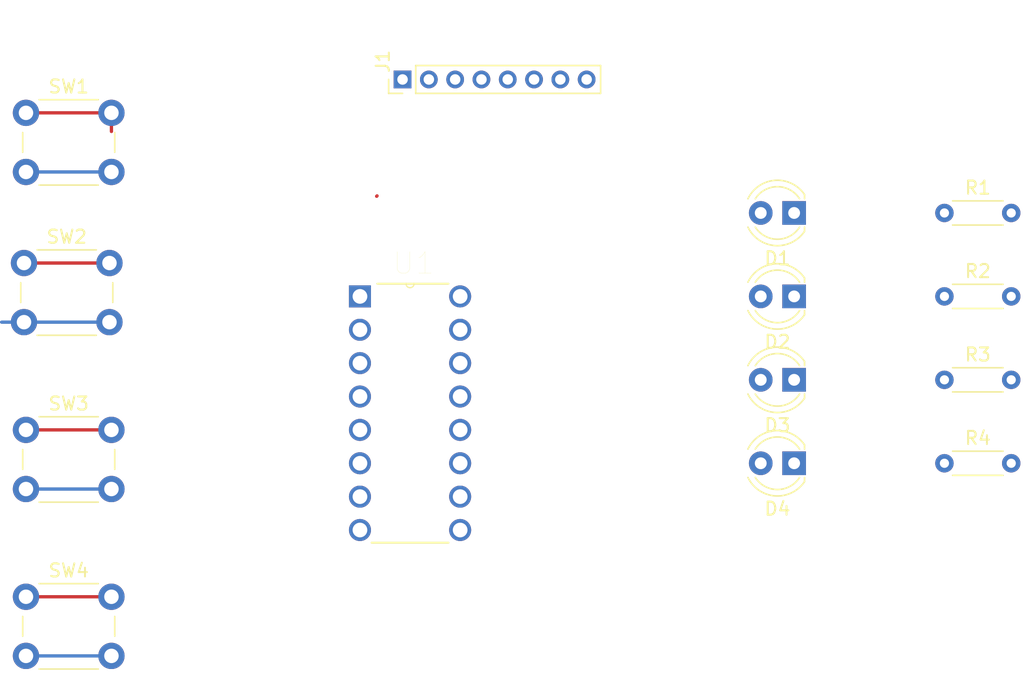
<source format=kicad_pcb>
(kicad_pcb (version 20171130) (host pcbnew "(5.1.6-0-10_14)")

  (general
    (thickness 1.6)
    (drawings 0)
    (tracks 18)
    (zones 0)
    (modules 14)
    (nets 21)
  )

  (page A4)
  (layers
    (0 F.Cu signal)
    (31 B.Cu signal)
    (32 B.Adhes user)
    (33 F.Adhes user)
    (34 B.Paste user)
    (35 F.Paste user)
    (36 B.SilkS user)
    (37 F.SilkS user)
    (38 B.Mask user)
    (39 F.Mask user)
    (40 Dwgs.User user)
    (41 Cmts.User user)
    (42 Eco1.User user)
    (43 Eco2.User user)
    (44 Edge.Cuts user)
    (45 Margin user)
    (46 B.CrtYd user)
    (47 F.CrtYd user)
    (48 B.Fab user)
    (49 F.Fab user)
  )

  (setup
    (last_trace_width 0.25)
    (trace_clearance 0.2)
    (zone_clearance 0.508)
    (zone_45_only no)
    (trace_min 0.2)
    (via_size 0.8)
    (via_drill 0.4)
    (via_min_size 0.4)
    (via_min_drill 0.3)
    (uvia_size 0.3)
    (uvia_drill 0.1)
    (uvias_allowed no)
    (uvia_min_size 0.2)
    (uvia_min_drill 0.1)
    (edge_width 0.05)
    (segment_width 0.2)
    (pcb_text_width 0.3)
    (pcb_text_size 1.5 1.5)
    (mod_edge_width 0.12)
    (mod_text_size 1 1)
    (mod_text_width 0.15)
    (pad_size 1.524 1.524)
    (pad_drill 0.762)
    (pad_to_mask_clearance 0.05)
    (aux_axis_origin 0 0)
    (visible_elements FFFFFF7F)
    (pcbplotparams
      (layerselection 0x010fc_ffffffff)
      (usegerberextensions false)
      (usegerberattributes true)
      (usegerberadvancedattributes true)
      (creategerberjobfile true)
      (excludeedgelayer true)
      (linewidth 0.100000)
      (plotframeref false)
      (viasonmask false)
      (mode 1)
      (useauxorigin false)
      (hpglpennumber 1)
      (hpglpenspeed 20)
      (hpglpendiameter 15.000000)
      (psnegative false)
      (psa4output false)
      (plotreference true)
      (plotvalue true)
      (plotinvisibletext false)
      (padsonsilk false)
      (subtractmaskfromsilk false)
      (outputformat 1)
      (mirror false)
      (drillshape 1)
      (scaleselection 1)
      (outputdirectory ""))
  )

  (net 0 "")
  (net 1 "Net-(D1-Pad2)")
  (net 2 "Net-(D1-Pad1)")
  (net 3 "Net-(D2-Pad1)")
  (net 4 "Net-(D2-Pad2)")
  (net 5 "Net-(D3-Pad2)")
  (net 6 "Net-(D3-Pad1)")
  (net 7 "Net-(D4-Pad1)")
  (net 8 "Net-(D4-Pad2)")
  (net 9 "Net-(J1-Pad1)")
  (net 10 "Net-(J1-Pad2)")
  (net 11 "Net-(J1-Pad3)")
  (net 12 "Net-(J1-Pad4)")
  (net 13 "Net-(J1-Pad5)")
  (net 14 "Net-(J1-Pad6)")
  (net 15 "Net-(J1-Pad7)")
  (net 16 "Net-(J1-Pad8)")
  (net 17 "Net-(SW1-Pad1)")
  (net 18 "Net-(SW2-Pad1)")
  (net 19 "Net-(SW3-Pad1)")
  (net 20 "Net-(SW4-Pad1)")

  (net_class Default "This is the default net class."
    (clearance 0.2)
    (trace_width 0.25)
    (via_dia 0.8)
    (via_drill 0.4)
    (uvia_dia 0.3)
    (uvia_drill 0.1)
    (add_net "Net-(D1-Pad1)")
    (add_net "Net-(D1-Pad2)")
    (add_net "Net-(D2-Pad1)")
    (add_net "Net-(D2-Pad2)")
    (add_net "Net-(D3-Pad1)")
    (add_net "Net-(D3-Pad2)")
    (add_net "Net-(D4-Pad1)")
    (add_net "Net-(D4-Pad2)")
    (add_net "Net-(J1-Pad1)")
    (add_net "Net-(J1-Pad2)")
    (add_net "Net-(J1-Pad3)")
    (add_net "Net-(J1-Pad4)")
    (add_net "Net-(J1-Pad5)")
    (add_net "Net-(J1-Pad6)")
    (add_net "Net-(J1-Pad7)")
    (add_net "Net-(J1-Pad8)")
    (add_net "Net-(SW1-Pad1)")
    (add_net "Net-(SW2-Pad1)")
    (add_net "Net-(SW3-Pad1)")
    (add_net "Net-(SW4-Pad1)")
  )

  (module Button_Switch_THT:SW_PUSH_6mm_H4.3mm (layer F.Cu) (tedit 5A02FE31) (tstamp 5EF948F1)
    (at 113.03 100.33)
    (descr "tactile push button, 6x6mm e.g. PHAP33xx series, height=4.3mm")
    (tags "tact sw push 6mm")
    (path /5EFAE0C6)
    (fp_text reference SW4 (at 3.25 -2) (layer F.SilkS)
      (effects (font (size 1 1) (thickness 0.15)))
    )
    (fp_text value SW_Push_Dual (at 3.75 6.7) (layer F.Fab)
      (effects (font (size 1 1) (thickness 0.15)))
    )
    (fp_text user %R (at 3.25 2.25) (layer F.Fab)
      (effects (font (size 1 1) (thickness 0.15)))
    )
    (fp_line (start 3.25 -0.75) (end 6.25 -0.75) (layer F.Fab) (width 0.1))
    (fp_line (start 6.25 -0.75) (end 6.25 5.25) (layer F.Fab) (width 0.1))
    (fp_line (start 6.25 5.25) (end 0.25 5.25) (layer F.Fab) (width 0.1))
    (fp_line (start 0.25 5.25) (end 0.25 -0.75) (layer F.Fab) (width 0.1))
    (fp_line (start 0.25 -0.75) (end 3.25 -0.75) (layer F.Fab) (width 0.1))
    (fp_line (start 7.75 6) (end 8 6) (layer F.CrtYd) (width 0.05))
    (fp_line (start 8 6) (end 8 5.75) (layer F.CrtYd) (width 0.05))
    (fp_line (start 7.75 -1.5) (end 8 -1.5) (layer F.CrtYd) (width 0.05))
    (fp_line (start 8 -1.5) (end 8 -1.25) (layer F.CrtYd) (width 0.05))
    (fp_line (start -1.5 -1.25) (end -1.5 -1.5) (layer F.CrtYd) (width 0.05))
    (fp_line (start -1.5 -1.5) (end -1.25 -1.5) (layer F.CrtYd) (width 0.05))
    (fp_line (start -1.5 5.75) (end -1.5 6) (layer F.CrtYd) (width 0.05))
    (fp_line (start -1.5 6) (end -1.25 6) (layer F.CrtYd) (width 0.05))
    (fp_line (start -1.25 -1.5) (end 7.75 -1.5) (layer F.CrtYd) (width 0.05))
    (fp_line (start -1.5 5.75) (end -1.5 -1.25) (layer F.CrtYd) (width 0.05))
    (fp_line (start 7.75 6) (end -1.25 6) (layer F.CrtYd) (width 0.05))
    (fp_line (start 8 -1.25) (end 8 5.75) (layer F.CrtYd) (width 0.05))
    (fp_line (start 1 5.5) (end 5.5 5.5) (layer F.SilkS) (width 0.12))
    (fp_line (start -0.25 1.5) (end -0.25 3) (layer F.SilkS) (width 0.12))
    (fp_line (start 5.5 -1) (end 1 -1) (layer F.SilkS) (width 0.12))
    (fp_line (start 6.75 3) (end 6.75 1.5) (layer F.SilkS) (width 0.12))
    (fp_circle (center 3.25 2.25) (end 1.25 2.5) (layer F.Fab) (width 0.1))
    (pad 1 thru_hole circle (at 6.5 0 90) (size 2 2) (drill 1.1) (layers *.Cu *.Mask)
      (net 20 "Net-(SW4-Pad1)"))
    (pad 2 thru_hole circle (at 6.5 4.5 90) (size 2 2) (drill 1.1) (layers *.Cu *.Mask)
      (net 9 "Net-(J1-Pad1)"))
    (pad 1 thru_hole circle (at 0 0 90) (size 2 2) (drill 1.1) (layers *.Cu *.Mask)
      (net 20 "Net-(SW4-Pad1)"))
    (pad 2 thru_hole circle (at 0 4.5 90) (size 2 2) (drill 1.1) (layers *.Cu *.Mask)
      (net 9 "Net-(J1-Pad1)"))
    (model ${KISYS3DMOD}/Button_Switch_THT.3dshapes/SW_PUSH_6mm_H4.3mm.wrl
      (at (xyz 0 0 0))
      (scale (xyz 1 1 1))
      (rotate (xyz 0 0 0))
    )
  )

  (module Connector_PinHeader_2.00mm:PinHeader_1x08_P2.00mm_Vertical (layer F.Cu) (tedit 59FED667) (tstamp 5EF94829)
    (at 141.67 60.96 90)
    (descr "Through hole straight pin header, 1x08, 2.00mm pitch, single row")
    (tags "Through hole pin header THT 1x08 2.00mm single row")
    (path /5EF85769)
    (fp_text reference J1 (at 1.375 -1.5 90) (layer F.SilkS)
      (effects (font (size 1 1) (thickness 0.15)))
    )
    (fp_text value Conn_01x08 (at 1.375 8.5 90) (layer F.Fab)
      (effects (font (size 1 1) (thickness 0.15)))
    )
    (fp_text user %R (at 0.75 3.5) (layer F.Fab)
      (effects (font (size 0.6 0.6) (thickness 0.09)))
    )
    (fp_line (start -0.5 -1) (end 1 -1) (layer F.Fab) (width 0.1))
    (fp_line (start 1 -1) (end 1 15) (layer F.Fab) (width 0.1))
    (fp_line (start 1 15) (end -1 15) (layer F.Fab) (width 0.1))
    (fp_line (start -1 15) (end -1 -0.5) (layer F.Fab) (width 0.1))
    (fp_line (start -1 -0.5) (end -0.5 -1) (layer F.Fab) (width 0.1))
    (fp_line (start -1.06 15.06) (end 1.06 15.06) (layer F.SilkS) (width 0.12))
    (fp_line (start -1.06 1) (end -1.06 15.06) (layer F.SilkS) (width 0.12))
    (fp_line (start 1.06 1) (end 1.06 15.06) (layer F.SilkS) (width 0.12))
    (fp_line (start -1.06 1) (end 1.06 1) (layer F.SilkS) (width 0.12))
    (fp_line (start -1.06 0) (end -1.06 -1.06) (layer F.SilkS) (width 0.12))
    (fp_line (start -1.06 -1.06) (end 0 -1.06) (layer F.SilkS) (width 0.12))
    (fp_line (start -1.5 -1.5) (end -1.5 15.5) (layer F.CrtYd) (width 0.05))
    (fp_line (start -1.5 15.5) (end 1.5 15.5) (layer F.CrtYd) (width 0.05))
    (fp_line (start 1.5 15.5) (end 1.5 -1.5) (layer F.CrtYd) (width 0.05))
    (fp_line (start 1.5 -1.5) (end -1.5 -1.5) (layer F.CrtYd) (width 0.05))
    (pad 8 thru_hole oval (at 0 14 90) (size 1.35 1.35) (drill 0.8) (layers *.Cu *.Mask)
      (net 16 "Net-(J1-Pad8)"))
    (pad 7 thru_hole oval (at 0 12 90) (size 1.35 1.35) (drill 0.8) (layers *.Cu *.Mask)
      (net 15 "Net-(J1-Pad7)"))
    (pad 6 thru_hole oval (at 0 10 90) (size 1.35 1.35) (drill 0.8) (layers *.Cu *.Mask)
      (net 14 "Net-(J1-Pad6)"))
    (pad 5 thru_hole oval (at 0 8 90) (size 1.35 1.35) (drill 0.8) (layers *.Cu *.Mask)
      (net 13 "Net-(J1-Pad5)"))
    (pad 4 thru_hole oval (at 0 6 90) (size 1.35 1.35) (drill 0.8) (layers *.Cu *.Mask)
      (net 12 "Net-(J1-Pad4)"))
    (pad 3 thru_hole oval (at 0 4 90) (size 1.35 1.35) (drill 0.8) (layers *.Cu *.Mask)
      (net 11 "Net-(J1-Pad3)"))
    (pad 2 thru_hole oval (at 0 2 90) (size 1.35 1.35) (drill 0.8) (layers *.Cu *.Mask)
      (net 10 "Net-(J1-Pad2)"))
    (pad 1 thru_hole rect (at 0 0 90) (size 1.35 1.35) (drill 0.8) (layers *.Cu *.Mask)
      (net 9 "Net-(J1-Pad1)"))
    (model ${KISYS3DMOD}/Connector_PinHeader_2.00mm.3dshapes/PinHeader_1x08_P2.00mm_Vertical.wrl
      (at (xyz 0 0 0))
      (scale (xyz 1 1 1))
      (rotate (xyz 0 0 0))
    )
  )

  (module LED_THT:LED_D4.0mm (layer F.Cu) (tedit 587A3A7B) (tstamp 5EF94783)
    (at 171.45 71.12 180)
    (descr "LED, diameter 4.0mm, 2 pins, http://www.kingbright.com/attachments/file/psearch/000/00/00/L-43GD(Ver.12B).pdf")
    (tags "LED diameter 4.0mm 2 pins")
    (path /5EFC5147)
    (fp_text reference D1 (at 1.27 -3.46) (layer F.SilkS)
      (effects (font (size 1 1) (thickness 0.15)))
    )
    (fp_text value LED (at 1.27 3.46) (layer F.Fab)
      (effects (font (size 1 1) (thickness 0.15)))
    )
    (fp_arc (start 1.27 0) (end -0.41333 1.08) (angle -114.6) (layer F.SilkS) (width 0.12))
    (fp_arc (start 1.27 0) (end -0.41333 -1.08) (angle 114.6) (layer F.SilkS) (width 0.12))
    (fp_arc (start 1.27 0) (end -0.79 1.398749) (angle -120.1) (layer F.SilkS) (width 0.12))
    (fp_arc (start 1.27 0) (end -0.79 -1.398749) (angle 120.1) (layer F.SilkS) (width 0.12))
    (fp_arc (start 1.27 0) (end -0.73 -1.32665) (angle 292.9) (layer F.Fab) (width 0.1))
    (fp_circle (center 1.27 0) (end 3.27 0) (layer F.Fab) (width 0.1))
    (fp_line (start -0.73 -1.32665) (end -0.73 1.32665) (layer F.Fab) (width 0.1))
    (fp_line (start -0.79 -1.399) (end -0.79 -1.08) (layer F.SilkS) (width 0.12))
    (fp_line (start -0.79 1.08) (end -0.79 1.399) (layer F.SilkS) (width 0.12))
    (fp_line (start -1.45 -2.75) (end -1.45 2.75) (layer F.CrtYd) (width 0.05))
    (fp_line (start -1.45 2.75) (end 4 2.75) (layer F.CrtYd) (width 0.05))
    (fp_line (start 4 2.75) (end 4 -2.75) (layer F.CrtYd) (width 0.05))
    (fp_line (start 4 -2.75) (end -1.45 -2.75) (layer F.CrtYd) (width 0.05))
    (pad 2 thru_hole circle (at 2.54 0 180) (size 1.8 1.8) (drill 0.9) (layers *.Cu *.Mask)
      (net 1 "Net-(D1-Pad2)"))
    (pad 1 thru_hole rect (at 0 0 180) (size 1.8 1.8) (drill 0.9) (layers *.Cu *.Mask)
      (net 2 "Net-(D1-Pad1)"))
    (model ${KISYS3DMOD}/LED_THT.3dshapes/LED_D4.0mm.wrl
      (at (xyz 0 0 0))
      (scale (xyz 1 1 1))
      (rotate (xyz 0 0 0))
    )
  )

  (module LED_THT:LED_D4.0mm (layer F.Cu) (tedit 587A3A7B) (tstamp 5EF94796)
    (at 171.45 77.47 180)
    (descr "LED, diameter 4.0mm, 2 pins, http://www.kingbright.com/attachments/file/psearch/000/00/00/L-43GD(Ver.12B).pdf")
    (tags "LED diameter 4.0mm 2 pins")
    (path /5EFC7879)
    (fp_text reference D2 (at 1.27 -3.46) (layer F.SilkS)
      (effects (font (size 1 1) (thickness 0.15)))
    )
    (fp_text value LED (at 1.27 3.46) (layer F.Fab)
      (effects (font (size 1 1) (thickness 0.15)))
    )
    (fp_arc (start 1.27 0) (end -0.41333 1.08) (angle -114.6) (layer F.SilkS) (width 0.12))
    (fp_arc (start 1.27 0) (end -0.41333 -1.08) (angle 114.6) (layer F.SilkS) (width 0.12))
    (fp_arc (start 1.27 0) (end -0.79 1.398749) (angle -120.1) (layer F.SilkS) (width 0.12))
    (fp_arc (start 1.27 0) (end -0.79 -1.398749) (angle 120.1) (layer F.SilkS) (width 0.12))
    (fp_arc (start 1.27 0) (end -0.73 -1.32665) (angle 292.9) (layer F.Fab) (width 0.1))
    (fp_circle (center 1.27 0) (end 3.27 0) (layer F.Fab) (width 0.1))
    (fp_line (start -0.73 -1.32665) (end -0.73 1.32665) (layer F.Fab) (width 0.1))
    (fp_line (start -0.79 -1.399) (end -0.79 -1.08) (layer F.SilkS) (width 0.12))
    (fp_line (start -0.79 1.08) (end -0.79 1.399) (layer F.SilkS) (width 0.12))
    (fp_line (start -1.45 -2.75) (end -1.45 2.75) (layer F.CrtYd) (width 0.05))
    (fp_line (start -1.45 2.75) (end 4 2.75) (layer F.CrtYd) (width 0.05))
    (fp_line (start 4 2.75) (end 4 -2.75) (layer F.CrtYd) (width 0.05))
    (fp_line (start 4 -2.75) (end -1.45 -2.75) (layer F.CrtYd) (width 0.05))
    (pad 2 thru_hole circle (at 2.54 0 180) (size 1.8 1.8) (drill 0.9) (layers *.Cu *.Mask)
      (net 4 "Net-(D2-Pad2)"))
    (pad 1 thru_hole rect (at 0 0 180) (size 1.8 1.8) (drill 0.9) (layers *.Cu *.Mask)
      (net 3 "Net-(D2-Pad1)"))
    (model ${KISYS3DMOD}/LED_THT.3dshapes/LED_D4.0mm.wrl
      (at (xyz 0 0 0))
      (scale (xyz 1 1 1))
      (rotate (xyz 0 0 0))
    )
  )

  (module LED_THT:LED_D4.0mm (layer F.Cu) (tedit 587A3A7B) (tstamp 5EF947A9)
    (at 171.45 83.82 180)
    (descr "LED, diameter 4.0mm, 2 pins, http://www.kingbright.com/attachments/file/psearch/000/00/00/L-43GD(Ver.12B).pdf")
    (tags "LED diameter 4.0mm 2 pins")
    (path /5EFC947C)
    (fp_text reference D3 (at 1.27 -3.46) (layer F.SilkS)
      (effects (font (size 1 1) (thickness 0.15)))
    )
    (fp_text value LED (at 1.27 3.46) (layer F.Fab)
      (effects (font (size 1 1) (thickness 0.15)))
    )
    (fp_arc (start 1.27 0) (end -0.41333 1.08) (angle -114.6) (layer F.SilkS) (width 0.12))
    (fp_arc (start 1.27 0) (end -0.41333 -1.08) (angle 114.6) (layer F.SilkS) (width 0.12))
    (fp_arc (start 1.27 0) (end -0.79 1.398749) (angle -120.1) (layer F.SilkS) (width 0.12))
    (fp_arc (start 1.27 0) (end -0.79 -1.398749) (angle 120.1) (layer F.SilkS) (width 0.12))
    (fp_arc (start 1.27 0) (end -0.73 -1.32665) (angle 292.9) (layer F.Fab) (width 0.1))
    (fp_circle (center 1.27 0) (end 3.27 0) (layer F.Fab) (width 0.1))
    (fp_line (start -0.73 -1.32665) (end -0.73 1.32665) (layer F.Fab) (width 0.1))
    (fp_line (start -0.79 -1.399) (end -0.79 -1.08) (layer F.SilkS) (width 0.12))
    (fp_line (start -0.79 1.08) (end -0.79 1.399) (layer F.SilkS) (width 0.12))
    (fp_line (start -1.45 -2.75) (end -1.45 2.75) (layer F.CrtYd) (width 0.05))
    (fp_line (start -1.45 2.75) (end 4 2.75) (layer F.CrtYd) (width 0.05))
    (fp_line (start 4 2.75) (end 4 -2.75) (layer F.CrtYd) (width 0.05))
    (fp_line (start 4 -2.75) (end -1.45 -2.75) (layer F.CrtYd) (width 0.05))
    (pad 2 thru_hole circle (at 2.54 0 180) (size 1.8 1.8) (drill 0.9) (layers *.Cu *.Mask)
      (net 5 "Net-(D3-Pad2)"))
    (pad 1 thru_hole rect (at 0 0 180) (size 1.8 1.8) (drill 0.9) (layers *.Cu *.Mask)
      (net 6 "Net-(D3-Pad1)"))
    (model ${KISYS3DMOD}/LED_THT.3dshapes/LED_D4.0mm.wrl
      (at (xyz 0 0 0))
      (scale (xyz 1 1 1))
      (rotate (xyz 0 0 0))
    )
  )

  (module LED_THT:LED_D4.0mm (layer F.Cu) (tedit 587A3A7B) (tstamp 5EF947BC)
    (at 171.45 90.17 180)
    (descr "LED, diameter 4.0mm, 2 pins, http://www.kingbright.com/attachments/file/psearch/000/00/00/L-43GD(Ver.12B).pdf")
    (tags "LED diameter 4.0mm 2 pins")
    (path /5EFCB26C)
    (fp_text reference D4 (at 1.27 -3.46) (layer F.SilkS)
      (effects (font (size 1 1) (thickness 0.15)))
    )
    (fp_text value LED (at 1.27 3.46) (layer F.Fab)
      (effects (font (size 1 1) (thickness 0.15)))
    )
    (fp_arc (start 1.27 0) (end -0.41333 1.08) (angle -114.6) (layer F.SilkS) (width 0.12))
    (fp_arc (start 1.27 0) (end -0.41333 -1.08) (angle 114.6) (layer F.SilkS) (width 0.12))
    (fp_arc (start 1.27 0) (end -0.79 1.398749) (angle -120.1) (layer F.SilkS) (width 0.12))
    (fp_arc (start 1.27 0) (end -0.79 -1.398749) (angle 120.1) (layer F.SilkS) (width 0.12))
    (fp_arc (start 1.27 0) (end -0.73 -1.32665) (angle 292.9) (layer F.Fab) (width 0.1))
    (fp_circle (center 1.27 0) (end 3.27 0) (layer F.Fab) (width 0.1))
    (fp_line (start -0.73 -1.32665) (end -0.73 1.32665) (layer F.Fab) (width 0.1))
    (fp_line (start -0.79 -1.399) (end -0.79 -1.08) (layer F.SilkS) (width 0.12))
    (fp_line (start -0.79 1.08) (end -0.79 1.399) (layer F.SilkS) (width 0.12))
    (fp_line (start -1.45 -2.75) (end -1.45 2.75) (layer F.CrtYd) (width 0.05))
    (fp_line (start -1.45 2.75) (end 4 2.75) (layer F.CrtYd) (width 0.05))
    (fp_line (start 4 2.75) (end 4 -2.75) (layer F.CrtYd) (width 0.05))
    (fp_line (start 4 -2.75) (end -1.45 -2.75) (layer F.CrtYd) (width 0.05))
    (pad 2 thru_hole circle (at 2.54 0 180) (size 1.8 1.8) (drill 0.9) (layers *.Cu *.Mask)
      (net 8 "Net-(D4-Pad2)"))
    (pad 1 thru_hole rect (at 0 0 180) (size 1.8 1.8) (drill 0.9) (layers *.Cu *.Mask)
      (net 7 "Net-(D4-Pad1)"))
    (model ${KISYS3DMOD}/LED_THT.3dshapes/LED_D4.0mm.wrl
      (at (xyz 0 0 0))
      (scale (xyz 1 1 1))
      (rotate (xyz 0 0 0))
    )
  )

  (module Resistor_THT:R_Axial_DIN0204_L3.6mm_D1.6mm_P5.08mm_Horizontal (layer F.Cu) (tedit 5AE5139B) (tstamp 5EF9483C)
    (at 182.88 71.12)
    (descr "Resistor, Axial_DIN0204 series, Axial, Horizontal, pin pitch=5.08mm, 0.167W, length*diameter=3.6*1.6mm^2, http://cdn-reichelt.de/documents/datenblatt/B400/1_4W%23YAG.pdf")
    (tags "Resistor Axial_DIN0204 series Axial Horizontal pin pitch 5.08mm 0.167W length 3.6mm diameter 1.6mm")
    (path /5EFDCCB1)
    (fp_text reference R1 (at 2.54 -1.92) (layer F.SilkS)
      (effects (font (size 1 1) (thickness 0.15)))
    )
    (fp_text value 220 (at 2.54 1.92) (layer F.Fab)
      (effects (font (size 1 1) (thickness 0.15)))
    )
    (fp_text user %R (at 2.54 0) (layer F.Fab)
      (effects (font (size 0.72 0.72) (thickness 0.108)))
    )
    (fp_line (start 0.74 -0.8) (end 0.74 0.8) (layer F.Fab) (width 0.1))
    (fp_line (start 0.74 0.8) (end 4.34 0.8) (layer F.Fab) (width 0.1))
    (fp_line (start 4.34 0.8) (end 4.34 -0.8) (layer F.Fab) (width 0.1))
    (fp_line (start 4.34 -0.8) (end 0.74 -0.8) (layer F.Fab) (width 0.1))
    (fp_line (start 0 0) (end 0.74 0) (layer F.Fab) (width 0.1))
    (fp_line (start 5.08 0) (end 4.34 0) (layer F.Fab) (width 0.1))
    (fp_line (start 0.62 -0.92) (end 4.46 -0.92) (layer F.SilkS) (width 0.12))
    (fp_line (start 0.62 0.92) (end 4.46 0.92) (layer F.SilkS) (width 0.12))
    (fp_line (start -0.95 -1.05) (end -0.95 1.05) (layer F.CrtYd) (width 0.05))
    (fp_line (start -0.95 1.05) (end 6.03 1.05) (layer F.CrtYd) (width 0.05))
    (fp_line (start 6.03 1.05) (end 6.03 -1.05) (layer F.CrtYd) (width 0.05))
    (fp_line (start 6.03 -1.05) (end -0.95 -1.05) (layer F.CrtYd) (width 0.05))
    (pad 2 thru_hole oval (at 5.08 0) (size 1.4 1.4) (drill 0.7) (layers *.Cu *.Mask)
      (net 9 "Net-(J1-Pad1)"))
    (pad 1 thru_hole circle (at 0 0) (size 1.4 1.4) (drill 0.7) (layers *.Cu *.Mask)
      (net 2 "Net-(D1-Pad1)"))
    (model ${KISYS3DMOD}/Resistor_THT.3dshapes/R_Axial_DIN0204_L3.6mm_D1.6mm_P5.08mm_Horizontal.wrl
      (at (xyz 0 0 0))
      (scale (xyz 1 1 1))
      (rotate (xyz 0 0 0))
    )
  )

  (module Resistor_THT:R_Axial_DIN0204_L3.6mm_D1.6mm_P5.08mm_Horizontal (layer F.Cu) (tedit 5AE5139B) (tstamp 5EF9484F)
    (at 182.88 77.47)
    (descr "Resistor, Axial_DIN0204 series, Axial, Horizontal, pin pitch=5.08mm, 0.167W, length*diameter=3.6*1.6mm^2, http://cdn-reichelt.de/documents/datenblatt/B400/1_4W%23YAG.pdf")
    (tags "Resistor Axial_DIN0204 series Axial Horizontal pin pitch 5.08mm 0.167W length 3.6mm diameter 1.6mm")
    (path /5EFF3636)
    (fp_text reference R2 (at 2.54 -1.92) (layer F.SilkS)
      (effects (font (size 1 1) (thickness 0.15)))
    )
    (fp_text value 220 (at 2.54 1.92) (layer F.Fab)
      (effects (font (size 1 1) (thickness 0.15)))
    )
    (fp_text user %R (at 2.54 0) (layer F.Fab)
      (effects (font (size 0.72 0.72) (thickness 0.108)))
    )
    (fp_line (start 0.74 -0.8) (end 0.74 0.8) (layer F.Fab) (width 0.1))
    (fp_line (start 0.74 0.8) (end 4.34 0.8) (layer F.Fab) (width 0.1))
    (fp_line (start 4.34 0.8) (end 4.34 -0.8) (layer F.Fab) (width 0.1))
    (fp_line (start 4.34 -0.8) (end 0.74 -0.8) (layer F.Fab) (width 0.1))
    (fp_line (start 0 0) (end 0.74 0) (layer F.Fab) (width 0.1))
    (fp_line (start 5.08 0) (end 4.34 0) (layer F.Fab) (width 0.1))
    (fp_line (start 0.62 -0.92) (end 4.46 -0.92) (layer F.SilkS) (width 0.12))
    (fp_line (start 0.62 0.92) (end 4.46 0.92) (layer F.SilkS) (width 0.12))
    (fp_line (start -0.95 -1.05) (end -0.95 1.05) (layer F.CrtYd) (width 0.05))
    (fp_line (start -0.95 1.05) (end 6.03 1.05) (layer F.CrtYd) (width 0.05))
    (fp_line (start 6.03 1.05) (end 6.03 -1.05) (layer F.CrtYd) (width 0.05))
    (fp_line (start 6.03 -1.05) (end -0.95 -1.05) (layer F.CrtYd) (width 0.05))
    (pad 2 thru_hole oval (at 5.08 0) (size 1.4 1.4) (drill 0.7) (layers *.Cu *.Mask)
      (net 9 "Net-(J1-Pad1)"))
    (pad 1 thru_hole circle (at 0 0) (size 1.4 1.4) (drill 0.7) (layers *.Cu *.Mask)
      (net 3 "Net-(D2-Pad1)"))
    (model ${KISYS3DMOD}/Resistor_THT.3dshapes/R_Axial_DIN0204_L3.6mm_D1.6mm_P5.08mm_Horizontal.wrl
      (at (xyz 0 0 0))
      (scale (xyz 1 1 1))
      (rotate (xyz 0 0 0))
    )
  )

  (module Resistor_THT:R_Axial_DIN0204_L3.6mm_D1.6mm_P5.08mm_Horizontal (layer F.Cu) (tedit 5AE5139B) (tstamp 5EF94862)
    (at 182.88 83.82)
    (descr "Resistor, Axial_DIN0204 series, Axial, Horizontal, pin pitch=5.08mm, 0.167W, length*diameter=3.6*1.6mm^2, http://cdn-reichelt.de/documents/datenblatt/B400/1_4W%23YAG.pdf")
    (tags "Resistor Axial_DIN0204 series Axial Horizontal pin pitch 5.08mm 0.167W length 3.6mm diameter 1.6mm")
    (path /5EFF44C1)
    (fp_text reference R3 (at 2.54 -1.92) (layer F.SilkS)
      (effects (font (size 1 1) (thickness 0.15)))
    )
    (fp_text value 220 (at 2.54 1.92) (layer F.Fab)
      (effects (font (size 1 1) (thickness 0.15)))
    )
    (fp_text user %R (at 2.54 0) (layer F.Fab)
      (effects (font (size 0.72 0.72) (thickness 0.108)))
    )
    (fp_line (start 0.74 -0.8) (end 0.74 0.8) (layer F.Fab) (width 0.1))
    (fp_line (start 0.74 0.8) (end 4.34 0.8) (layer F.Fab) (width 0.1))
    (fp_line (start 4.34 0.8) (end 4.34 -0.8) (layer F.Fab) (width 0.1))
    (fp_line (start 4.34 -0.8) (end 0.74 -0.8) (layer F.Fab) (width 0.1))
    (fp_line (start 0 0) (end 0.74 0) (layer F.Fab) (width 0.1))
    (fp_line (start 5.08 0) (end 4.34 0) (layer F.Fab) (width 0.1))
    (fp_line (start 0.62 -0.92) (end 4.46 -0.92) (layer F.SilkS) (width 0.12))
    (fp_line (start 0.62 0.92) (end 4.46 0.92) (layer F.SilkS) (width 0.12))
    (fp_line (start -0.95 -1.05) (end -0.95 1.05) (layer F.CrtYd) (width 0.05))
    (fp_line (start -0.95 1.05) (end 6.03 1.05) (layer F.CrtYd) (width 0.05))
    (fp_line (start 6.03 1.05) (end 6.03 -1.05) (layer F.CrtYd) (width 0.05))
    (fp_line (start 6.03 -1.05) (end -0.95 -1.05) (layer F.CrtYd) (width 0.05))
    (pad 2 thru_hole oval (at 5.08 0) (size 1.4 1.4) (drill 0.7) (layers *.Cu *.Mask)
      (net 9 "Net-(J1-Pad1)"))
    (pad 1 thru_hole circle (at 0 0) (size 1.4 1.4) (drill 0.7) (layers *.Cu *.Mask)
      (net 6 "Net-(D3-Pad1)"))
    (model ${KISYS3DMOD}/Resistor_THT.3dshapes/R_Axial_DIN0204_L3.6mm_D1.6mm_P5.08mm_Horizontal.wrl
      (at (xyz 0 0 0))
      (scale (xyz 1 1 1))
      (rotate (xyz 0 0 0))
    )
  )

  (module Resistor_THT:R_Axial_DIN0204_L3.6mm_D1.6mm_P5.08mm_Horizontal (layer F.Cu) (tedit 5AE5139B) (tstamp 5EF94875)
    (at 182.88 90.17)
    (descr "Resistor, Axial_DIN0204 series, Axial, Horizontal, pin pitch=5.08mm, 0.167W, length*diameter=3.6*1.6mm^2, http://cdn-reichelt.de/documents/datenblatt/B400/1_4W%23YAG.pdf")
    (tags "Resistor Axial_DIN0204 series Axial Horizontal pin pitch 5.08mm 0.167W length 3.6mm diameter 1.6mm")
    (path /5EFF4DFF)
    (fp_text reference R4 (at 2.54 -1.92) (layer F.SilkS)
      (effects (font (size 1 1) (thickness 0.15)))
    )
    (fp_text value 220 (at 2.54 1.92) (layer F.Fab)
      (effects (font (size 1 1) (thickness 0.15)))
    )
    (fp_text user %R (at 2.54 0) (layer F.Fab)
      (effects (font (size 0.72 0.72) (thickness 0.108)))
    )
    (fp_line (start 0.74 -0.8) (end 0.74 0.8) (layer F.Fab) (width 0.1))
    (fp_line (start 0.74 0.8) (end 4.34 0.8) (layer F.Fab) (width 0.1))
    (fp_line (start 4.34 0.8) (end 4.34 -0.8) (layer F.Fab) (width 0.1))
    (fp_line (start 4.34 -0.8) (end 0.74 -0.8) (layer F.Fab) (width 0.1))
    (fp_line (start 0 0) (end 0.74 0) (layer F.Fab) (width 0.1))
    (fp_line (start 5.08 0) (end 4.34 0) (layer F.Fab) (width 0.1))
    (fp_line (start 0.62 -0.92) (end 4.46 -0.92) (layer F.SilkS) (width 0.12))
    (fp_line (start 0.62 0.92) (end 4.46 0.92) (layer F.SilkS) (width 0.12))
    (fp_line (start -0.95 -1.05) (end -0.95 1.05) (layer F.CrtYd) (width 0.05))
    (fp_line (start -0.95 1.05) (end 6.03 1.05) (layer F.CrtYd) (width 0.05))
    (fp_line (start 6.03 1.05) (end 6.03 -1.05) (layer F.CrtYd) (width 0.05))
    (fp_line (start 6.03 -1.05) (end -0.95 -1.05) (layer F.CrtYd) (width 0.05))
    (pad 2 thru_hole oval (at 5.08 0) (size 1.4 1.4) (drill 0.7) (layers *.Cu *.Mask)
      (net 9 "Net-(J1-Pad1)"))
    (pad 1 thru_hole circle (at 0 0) (size 1.4 1.4) (drill 0.7) (layers *.Cu *.Mask)
      (net 7 "Net-(D4-Pad1)"))
    (model ${KISYS3DMOD}/Resistor_THT.3dshapes/R_Axial_DIN0204_L3.6mm_D1.6mm_P5.08mm_Horizontal.wrl
      (at (xyz 0 0 0))
      (scale (xyz 1 1 1))
      (rotate (xyz 0 0 0))
    )
  )

  (module Button_Switch_THT:SW_PUSH_6mm_H4.3mm (layer F.Cu) (tedit 5A02FE31) (tstamp 5EF94894)
    (at 113.03 63.5)
    (descr "tactile push button, 6x6mm e.g. PHAP33xx series, height=4.3mm")
    (tags "tact sw push 6mm")
    (path /5EF8C98A)
    (fp_text reference SW1 (at 3.25 -2) (layer F.SilkS)
      (effects (font (size 1 1) (thickness 0.15)))
    )
    (fp_text value SW_Push_Dual (at 3.75 6.7) (layer F.Fab)
      (effects (font (size 1 1) (thickness 0.15)))
    )
    (fp_text user %R (at 3.25 2.25) (layer F.Fab)
      (effects (font (size 1 1) (thickness 0.15)))
    )
    (fp_line (start 3.25 -0.75) (end 6.25 -0.75) (layer F.Fab) (width 0.1))
    (fp_line (start 6.25 -0.75) (end 6.25 5.25) (layer F.Fab) (width 0.1))
    (fp_line (start 6.25 5.25) (end 0.25 5.25) (layer F.Fab) (width 0.1))
    (fp_line (start 0.25 5.25) (end 0.25 -0.75) (layer F.Fab) (width 0.1))
    (fp_line (start 0.25 -0.75) (end 3.25 -0.75) (layer F.Fab) (width 0.1))
    (fp_line (start 7.75 6) (end 8 6) (layer F.CrtYd) (width 0.05))
    (fp_line (start 8 6) (end 8 5.75) (layer F.CrtYd) (width 0.05))
    (fp_line (start 7.75 -1.5) (end 8 -1.5) (layer F.CrtYd) (width 0.05))
    (fp_line (start 8 -1.5) (end 8 -1.25) (layer F.CrtYd) (width 0.05))
    (fp_line (start -1.5 -1.25) (end -1.5 -1.5) (layer F.CrtYd) (width 0.05))
    (fp_line (start -1.5 -1.5) (end -1.25 -1.5) (layer F.CrtYd) (width 0.05))
    (fp_line (start -1.5 5.75) (end -1.5 6) (layer F.CrtYd) (width 0.05))
    (fp_line (start -1.5 6) (end -1.25 6) (layer F.CrtYd) (width 0.05))
    (fp_line (start -1.25 -1.5) (end 7.75 -1.5) (layer F.CrtYd) (width 0.05))
    (fp_line (start -1.5 5.75) (end -1.5 -1.25) (layer F.CrtYd) (width 0.05))
    (fp_line (start 7.75 6) (end -1.25 6) (layer F.CrtYd) (width 0.05))
    (fp_line (start 8 -1.25) (end 8 5.75) (layer F.CrtYd) (width 0.05))
    (fp_line (start 1 5.5) (end 5.5 5.5) (layer F.SilkS) (width 0.12))
    (fp_line (start -0.25 1.5) (end -0.25 3) (layer F.SilkS) (width 0.12))
    (fp_line (start 5.5 -1) (end 1 -1) (layer F.SilkS) (width 0.12))
    (fp_line (start 6.75 3) (end 6.75 1.5) (layer F.SilkS) (width 0.12))
    (fp_circle (center 3.25 2.25) (end 1.25 2.5) (layer F.Fab) (width 0.1))
    (pad 1 thru_hole circle (at 6.5 0 90) (size 2 2) (drill 1.1) (layers *.Cu *.Mask)
      (net 17 "Net-(SW1-Pad1)"))
    (pad 2 thru_hole circle (at 6.5 4.5 90) (size 2 2) (drill 1.1) (layers *.Cu *.Mask)
      (net 9 "Net-(J1-Pad1)"))
    (pad 1 thru_hole circle (at 0 0 90) (size 2 2) (drill 1.1) (layers *.Cu *.Mask)
      (net 17 "Net-(SW1-Pad1)"))
    (pad 2 thru_hole circle (at 0 4.5 90) (size 2 2) (drill 1.1) (layers *.Cu *.Mask)
      (net 9 "Net-(J1-Pad1)"))
    (model ${KISYS3DMOD}/Button_Switch_THT.3dshapes/SW_PUSH_6mm_H4.3mm.wrl
      (at (xyz 0 0 0))
      (scale (xyz 1 1 1))
      (rotate (xyz 0 0 0))
    )
  )

  (module Button_Switch_THT:SW_PUSH_6mm_H4.3mm (layer F.Cu) (tedit 5A02FE31) (tstamp 5EF948B3)
    (at 112.88 74.93)
    (descr "tactile push button, 6x6mm e.g. PHAP33xx series, height=4.3mm")
    (tags "tact sw push 6mm")
    (path /5EFA9250)
    (fp_text reference SW2 (at 3.25 -2) (layer F.SilkS)
      (effects (font (size 1 1) (thickness 0.15)))
    )
    (fp_text value SW_Push_Dual (at 3.75 6.7) (layer F.Fab)
      (effects (font (size 1 1) (thickness 0.15)))
    )
    (fp_text user %R (at 3.25 2.25) (layer F.Fab)
      (effects (font (size 1 1) (thickness 0.15)))
    )
    (fp_line (start 3.25 -0.75) (end 6.25 -0.75) (layer F.Fab) (width 0.1))
    (fp_line (start 6.25 -0.75) (end 6.25 5.25) (layer F.Fab) (width 0.1))
    (fp_line (start 6.25 5.25) (end 0.25 5.25) (layer F.Fab) (width 0.1))
    (fp_line (start 0.25 5.25) (end 0.25 -0.75) (layer F.Fab) (width 0.1))
    (fp_line (start 0.25 -0.75) (end 3.25 -0.75) (layer F.Fab) (width 0.1))
    (fp_line (start 7.75 6) (end 8 6) (layer F.CrtYd) (width 0.05))
    (fp_line (start 8 6) (end 8 5.75) (layer F.CrtYd) (width 0.05))
    (fp_line (start 7.75 -1.5) (end 8 -1.5) (layer F.CrtYd) (width 0.05))
    (fp_line (start 8 -1.5) (end 8 -1.25) (layer F.CrtYd) (width 0.05))
    (fp_line (start -1.5 -1.25) (end -1.5 -1.5) (layer F.CrtYd) (width 0.05))
    (fp_line (start -1.5 -1.5) (end -1.25 -1.5) (layer F.CrtYd) (width 0.05))
    (fp_line (start -1.5 5.75) (end -1.5 6) (layer F.CrtYd) (width 0.05))
    (fp_line (start -1.5 6) (end -1.25 6) (layer F.CrtYd) (width 0.05))
    (fp_line (start -1.25 -1.5) (end 7.75 -1.5) (layer F.CrtYd) (width 0.05))
    (fp_line (start -1.5 5.75) (end -1.5 -1.25) (layer F.CrtYd) (width 0.05))
    (fp_line (start 7.75 6) (end -1.25 6) (layer F.CrtYd) (width 0.05))
    (fp_line (start 8 -1.25) (end 8 5.75) (layer F.CrtYd) (width 0.05))
    (fp_line (start 1 5.5) (end 5.5 5.5) (layer F.SilkS) (width 0.12))
    (fp_line (start -0.25 1.5) (end -0.25 3) (layer F.SilkS) (width 0.12))
    (fp_line (start 5.5 -1) (end 1 -1) (layer F.SilkS) (width 0.12))
    (fp_line (start 6.75 3) (end 6.75 1.5) (layer F.SilkS) (width 0.12))
    (fp_circle (center 3.25 2.25) (end 1.25 2.5) (layer F.Fab) (width 0.1))
    (pad 1 thru_hole circle (at 6.5 0 90) (size 2 2) (drill 1.1) (layers *.Cu *.Mask)
      (net 18 "Net-(SW2-Pad1)"))
    (pad 2 thru_hole circle (at 6.5 4.5 90) (size 2 2) (drill 1.1) (layers *.Cu *.Mask)
      (net 9 "Net-(J1-Pad1)"))
    (pad 1 thru_hole circle (at 0 0 90) (size 2 2) (drill 1.1) (layers *.Cu *.Mask)
      (net 18 "Net-(SW2-Pad1)"))
    (pad 2 thru_hole circle (at 0 4.5 90) (size 2 2) (drill 1.1) (layers *.Cu *.Mask)
      (net 9 "Net-(J1-Pad1)"))
    (model ${KISYS3DMOD}/Button_Switch_THT.3dshapes/SW_PUSH_6mm_H4.3mm.wrl
      (at (xyz 0 0 0))
      (scale (xyz 1 1 1))
      (rotate (xyz 0 0 0))
    )
  )

  (module Button_Switch_THT:SW_PUSH_6mm_H4.3mm (layer F.Cu) (tedit 5A02FE31) (tstamp 5EF948D2)
    (at 113.03 87.63)
    (descr "tactile push button, 6x6mm e.g. PHAP33xx series, height=4.3mm")
    (tags "tact sw push 6mm")
    (path /5EFABB03)
    (fp_text reference SW3 (at 3.25 -2) (layer F.SilkS)
      (effects (font (size 1 1) (thickness 0.15)))
    )
    (fp_text value SW_Push_Dual (at 3.75 6.7) (layer F.Fab)
      (effects (font (size 1 1) (thickness 0.15)))
    )
    (fp_text user %R (at 3.25 2.25) (layer F.Fab)
      (effects (font (size 1 1) (thickness 0.15)))
    )
    (fp_line (start 3.25 -0.75) (end 6.25 -0.75) (layer F.Fab) (width 0.1))
    (fp_line (start 6.25 -0.75) (end 6.25 5.25) (layer F.Fab) (width 0.1))
    (fp_line (start 6.25 5.25) (end 0.25 5.25) (layer F.Fab) (width 0.1))
    (fp_line (start 0.25 5.25) (end 0.25 -0.75) (layer F.Fab) (width 0.1))
    (fp_line (start 0.25 -0.75) (end 3.25 -0.75) (layer F.Fab) (width 0.1))
    (fp_line (start 7.75 6) (end 8 6) (layer F.CrtYd) (width 0.05))
    (fp_line (start 8 6) (end 8 5.75) (layer F.CrtYd) (width 0.05))
    (fp_line (start 7.75 -1.5) (end 8 -1.5) (layer F.CrtYd) (width 0.05))
    (fp_line (start 8 -1.5) (end 8 -1.25) (layer F.CrtYd) (width 0.05))
    (fp_line (start -1.5 -1.25) (end -1.5 -1.5) (layer F.CrtYd) (width 0.05))
    (fp_line (start -1.5 -1.5) (end -1.25 -1.5) (layer F.CrtYd) (width 0.05))
    (fp_line (start -1.5 5.75) (end -1.5 6) (layer F.CrtYd) (width 0.05))
    (fp_line (start -1.5 6) (end -1.25 6) (layer F.CrtYd) (width 0.05))
    (fp_line (start -1.25 -1.5) (end 7.75 -1.5) (layer F.CrtYd) (width 0.05))
    (fp_line (start -1.5 5.75) (end -1.5 -1.25) (layer F.CrtYd) (width 0.05))
    (fp_line (start 7.75 6) (end -1.25 6) (layer F.CrtYd) (width 0.05))
    (fp_line (start 8 -1.25) (end 8 5.75) (layer F.CrtYd) (width 0.05))
    (fp_line (start 1 5.5) (end 5.5 5.5) (layer F.SilkS) (width 0.12))
    (fp_line (start -0.25 1.5) (end -0.25 3) (layer F.SilkS) (width 0.12))
    (fp_line (start 5.5 -1) (end 1 -1) (layer F.SilkS) (width 0.12))
    (fp_line (start 6.75 3) (end 6.75 1.5) (layer F.SilkS) (width 0.12))
    (fp_circle (center 3.25 2.25) (end 1.25 2.5) (layer F.Fab) (width 0.1))
    (pad 1 thru_hole circle (at 6.5 0 90) (size 2 2) (drill 1.1) (layers *.Cu *.Mask)
      (net 19 "Net-(SW3-Pad1)"))
    (pad 2 thru_hole circle (at 6.5 4.5 90) (size 2 2) (drill 1.1) (layers *.Cu *.Mask)
      (net 9 "Net-(J1-Pad1)"))
    (pad 1 thru_hole circle (at 0 0 90) (size 2 2) (drill 1.1) (layers *.Cu *.Mask)
      (net 19 "Net-(SW3-Pad1)"))
    (pad 2 thru_hole circle (at 0 4.5 90) (size 2 2) (drill 1.1) (layers *.Cu *.Mask)
      (net 9 "Net-(J1-Pad1)"))
    (model ${KISYS3DMOD}/Button_Switch_THT.3dshapes/SW_PUSH_6mm_H4.3mm.wrl
      (at (xyz 0 0 0))
      (scale (xyz 1 1 1))
      (rotate (xyz 0 0 0))
    )
  )

  (module CD74HC4051E:DIP254P762X508-16 (layer F.Cu) (tedit 5EF87C59) (tstamp 5EF94951)
    (at 146.05 95.25)
    (path /5EF91C6E)
    (fp_text reference U1 (at -3.53166 -20.30061) (layer F.SilkS)
      (effects (font (size 1.640488 1.640488) (thickness 0.015)))
    )
    (fp_text value CD74HC4051E (at 8.1842 2.71961) (layer F.Fab)
      (effects (font (size 1.641087 1.641087) (thickness 0.015)))
    )
    (fp_arc (start -3.81 -18.7452) (end -4.1148 -18.7452) (angle -180) (layer F.Fab) (width 0.1))
    (fp_arc (start -3.81 -18.7452) (end -4.1148 -18.7452) (angle -180) (layer F.SilkS) (width 0.1))
    (fp_line (start -6.731 0.9652) (end -0.889 0.9652) (layer F.SilkS) (width 0.1524))
    (fp_line (start -0.889 -18.7452) (end -3.5052 -18.7452) (layer F.SilkS) (width 0.1524))
    (fp_line (start -3.5052 -18.7452) (end -4.1148 -18.7452) (layer F.SilkS) (width 0.1524))
    (fp_line (start -4.1148 -18.7452) (end -6.2992 -18.7452) (layer F.SilkS) (width 0.1524))
    (fp_line (start -7.112 -17.2212) (end -7.112 -18.3388) (layer F.Fab) (width 0.1524))
    (fp_line (start -7.112 -18.3388) (end -8.1788 -18.3388) (layer F.Fab) (width 0.1524))
    (fp_line (start -8.1788 -18.3388) (end -8.1788 -17.2212) (layer F.Fab) (width 0.1524))
    (fp_line (start -8.1788 -17.2212) (end -7.112 -17.2212) (layer F.Fab) (width 0.1524))
    (fp_line (start -7.112 -14.6812) (end -7.112 -15.7988) (layer F.Fab) (width 0.1524))
    (fp_line (start -7.112 -15.7988) (end -8.1788 -15.7988) (layer F.Fab) (width 0.1524))
    (fp_line (start -8.1788 -15.7988) (end -8.1788 -14.6812) (layer F.Fab) (width 0.1524))
    (fp_line (start -8.1788 -14.6812) (end -7.112 -14.6812) (layer F.Fab) (width 0.1524))
    (fp_line (start -7.112 -12.1412) (end -7.112 -13.2588) (layer F.Fab) (width 0.1524))
    (fp_line (start -7.112 -13.2588) (end -8.1788 -13.2588) (layer F.Fab) (width 0.1524))
    (fp_line (start -8.1788 -13.2588) (end -8.1788 -12.1412) (layer F.Fab) (width 0.1524))
    (fp_line (start -8.1788 -12.1412) (end -7.112 -12.1412) (layer F.Fab) (width 0.1524))
    (fp_line (start -7.112 -9.6012) (end -7.112 -10.7188) (layer F.Fab) (width 0.1524))
    (fp_line (start -7.112 -10.7188) (end -8.1788 -10.7188) (layer F.Fab) (width 0.1524))
    (fp_line (start -8.1788 -10.7188) (end -8.1788 -9.6012) (layer F.Fab) (width 0.1524))
    (fp_line (start -8.1788 -9.6012) (end -7.112 -9.6012) (layer F.Fab) (width 0.1524))
    (fp_line (start -7.112 -7.0612) (end -7.112 -8.1788) (layer F.Fab) (width 0.1524))
    (fp_line (start -7.112 -8.1788) (end -8.1788 -8.1788) (layer F.Fab) (width 0.1524))
    (fp_line (start -8.1788 -8.1788) (end -8.1788 -7.0612) (layer F.Fab) (width 0.1524))
    (fp_line (start -8.1788 -7.0612) (end -7.112 -7.0612) (layer F.Fab) (width 0.1524))
    (fp_line (start -7.112 -4.5212) (end -7.112 -5.6388) (layer F.Fab) (width 0.1524))
    (fp_line (start -7.112 -5.6388) (end -8.1788 -5.6388) (layer F.Fab) (width 0.1524))
    (fp_line (start -8.1788 -5.6388) (end -8.1788 -4.5212) (layer F.Fab) (width 0.1524))
    (fp_line (start -8.1788 -4.5212) (end -7.112 -4.5212) (layer F.Fab) (width 0.1524))
    (fp_line (start -7.112 -1.9812) (end -7.112 -3.0988) (layer F.Fab) (width 0.1524))
    (fp_line (start -7.112 -3.0988) (end -8.1788 -3.0988) (layer F.Fab) (width 0.1524))
    (fp_line (start -8.1788 -3.0988) (end -8.1788 -1.9812) (layer F.Fab) (width 0.1524))
    (fp_line (start -8.1788 -1.9812) (end -7.112 -1.9812) (layer F.Fab) (width 0.1524))
    (fp_line (start -7.112 0.5588) (end -7.112 -0.5588) (layer F.Fab) (width 0.1524))
    (fp_line (start -7.112 -0.5588) (end -8.1788 -0.5588) (layer F.Fab) (width 0.1524))
    (fp_line (start -8.1788 -0.5588) (end -8.1788 0.5588) (layer F.Fab) (width 0.1524))
    (fp_line (start -8.1788 0.5588) (end -7.112 0.5588) (layer F.Fab) (width 0.1524))
    (fp_line (start -0.508 -0.5588) (end -0.508 0.5588) (layer F.Fab) (width 0.1524))
    (fp_line (start -0.508 0.5588) (end 0.5588 0.5588) (layer F.Fab) (width 0.1524))
    (fp_line (start 0.5588 0.5588) (end 0.5588 -0.5588) (layer F.Fab) (width 0.1524))
    (fp_line (start 0.5588 -0.5588) (end -0.508 -0.5588) (layer F.Fab) (width 0.1524))
    (fp_line (start -0.508 -3.0988) (end -0.508 -1.9812) (layer F.Fab) (width 0.1524))
    (fp_line (start -0.508 -1.9812) (end 0.5588 -1.9812) (layer F.Fab) (width 0.1524))
    (fp_line (start 0.5588 -1.9812) (end 0.5588 -3.0988) (layer F.Fab) (width 0.1524))
    (fp_line (start 0.5588 -3.0988) (end -0.508 -3.0988) (layer F.Fab) (width 0.1524))
    (fp_line (start -0.508 -5.6388) (end -0.508 -4.5212) (layer F.Fab) (width 0.1524))
    (fp_line (start -0.508 -4.5212) (end 0.5588 -4.5212) (layer F.Fab) (width 0.1524))
    (fp_line (start 0.5588 -4.5212) (end 0.5588 -5.6388) (layer F.Fab) (width 0.1524))
    (fp_line (start 0.5588 -5.6388) (end -0.508 -5.6388) (layer F.Fab) (width 0.1524))
    (fp_line (start -0.508 -8.1788) (end -0.508 -7.0612) (layer F.Fab) (width 0.1524))
    (fp_line (start -0.508 -7.0612) (end 0.5588 -7.0612) (layer F.Fab) (width 0.1524))
    (fp_line (start 0.5588 -7.0612) (end 0.5588 -8.1788) (layer F.Fab) (width 0.1524))
    (fp_line (start 0.5588 -8.1788) (end -0.508 -8.1788) (layer F.Fab) (width 0.1524))
    (fp_line (start -0.508 -10.7188) (end -0.508 -9.6012) (layer F.Fab) (width 0.1524))
    (fp_line (start -0.508 -9.6012) (end 0.5588 -9.6012) (layer F.Fab) (width 0.1524))
    (fp_line (start 0.5588 -9.6012) (end 0.5588 -10.7188) (layer F.Fab) (width 0.1524))
    (fp_line (start 0.5588 -10.7188) (end -0.508 -10.7188) (layer F.Fab) (width 0.1524))
    (fp_line (start -0.508 -13.2588) (end -0.508 -12.1412) (layer F.Fab) (width 0.1524))
    (fp_line (start -0.508 -12.1412) (end 0.5588 -12.1412) (layer F.Fab) (width 0.1524))
    (fp_line (start 0.5588 -12.1412) (end 0.5588 -13.2588) (layer F.Fab) (width 0.1524))
    (fp_line (start 0.5588 -13.2588) (end -0.508 -13.2588) (layer F.Fab) (width 0.1524))
    (fp_line (start -0.508 -15.7988) (end -0.508 -14.6812) (layer F.Fab) (width 0.1524))
    (fp_line (start -0.508 -14.6812) (end 0.5588 -14.6812) (layer F.Fab) (width 0.1524))
    (fp_line (start 0.5588 -14.6812) (end 0.5588 -15.7988) (layer F.Fab) (width 0.1524))
    (fp_line (start 0.5588 -15.7988) (end -0.508 -15.7988) (layer F.Fab) (width 0.1524))
    (fp_line (start -0.508 -18.3388) (end -0.508 -17.2212) (layer F.Fab) (width 0.1524))
    (fp_line (start -0.508 -17.2212) (end 0.5588 -17.2212) (layer F.Fab) (width 0.1524))
    (fp_line (start 0.5588 -17.2212) (end 0.5588 -18.3388) (layer F.Fab) (width 0.1524))
    (fp_line (start 0.5588 -18.3388) (end -0.508 -18.3388) (layer F.Fab) (width 0.1524))
    (fp_line (start -7.112 0.9652) (end -0.508 0.9652) (layer F.Fab) (width 0.1524))
    (fp_line (start -0.508 0.9652) (end -0.508 -18.7452) (layer F.Fab) (width 0.1524))
    (fp_line (start -0.508 -18.7452) (end -3.5052 -18.7452) (layer F.Fab) (width 0.1524))
    (fp_line (start -3.5052 -18.7452) (end -4.1148 -18.7452) (layer F.Fab) (width 0.1524))
    (fp_line (start -4.1148 -18.7452) (end -7.112 -18.7452) (layer F.Fab) (width 0.1524))
    (fp_line (start -7.112 -18.7452) (end -7.112 0.9652) (layer F.Fab) (width 0.1524))
    (pad 16 thru_hole circle (at 0 -17.78) (size 1.6764 1.6764) (drill 1.1176) (layers *.Cu *.Mask)
      (net 16 "Net-(J1-Pad8)"))
    (pad 15 thru_hole circle (at 0 -15.24) (size 1.6764 1.6764) (drill 1.1176) (layers *.Cu *.Mask)
      (net 4 "Net-(D2-Pad2)"))
    (pad 14 thru_hole circle (at 0 -12.7) (size 1.6764 1.6764) (drill 1.1176) (layers *.Cu *.Mask)
      (net 5 "Net-(D3-Pad2)"))
    (pad 13 thru_hole circle (at 0 -10.16) (size 1.6764 1.6764) (drill 1.1176) (layers *.Cu *.Mask)
      (net 8 "Net-(D4-Pad2)"))
    (pad 12 thru_hole circle (at 0 -7.62) (size 1.6764 1.6764) (drill 1.1176) (layers *.Cu *.Mask)
      (net 1 "Net-(D1-Pad2)"))
    (pad 11 thru_hole circle (at 0 -5.08) (size 1.6764 1.6764) (drill 1.1176) (layers *.Cu *.Mask)
      (net 14 "Net-(J1-Pad6)"))
    (pad 10 thru_hole circle (at 0 -2.54) (size 1.6764 1.6764) (drill 1.1176) (layers *.Cu *.Mask)
      (net 12 "Net-(J1-Pad4)"))
    (pad 9 thru_hole circle (at 0 0) (size 1.6764 1.6764) (drill 1.1176) (layers *.Cu *.Mask)
      (net 13 "Net-(J1-Pad5)"))
    (pad 8 thru_hole circle (at -7.62 0) (size 1.6764 1.6764) (drill 1.1176) (layers *.Cu *.Mask)
      (net 9 "Net-(J1-Pad1)"))
    (pad 7 thru_hole circle (at -7.62 -2.54) (size 1.6764 1.6764) (drill 1.1176) (layers *.Cu *.Mask)
      (net 15 "Net-(J1-Pad7)"))
    (pad 6 thru_hole circle (at -7.62 -5.08) (size 1.6764 1.6764) (drill 1.1176) (layers *.Cu *.Mask)
      (net 10 "Net-(J1-Pad2)"))
    (pad 5 thru_hole circle (at -7.62 -7.62) (size 1.6764 1.6764) (drill 1.1176) (layers *.Cu *.Mask)
      (net 19 "Net-(SW3-Pad1)"))
    (pad 4 thru_hole circle (at -7.62 -10.16) (size 1.6764 1.6764) (drill 1.1176) (layers *.Cu *.Mask)
      (net 17 "Net-(SW1-Pad1)"))
    (pad 3 thru_hole circle (at -7.62 -12.7) (size 1.6764 1.6764) (drill 1.1176) (layers *.Cu *.Mask)
      (net 11 "Net-(J1-Pad3)"))
    (pad 2 thru_hole circle (at -7.62 -15.24) (size 1.6764 1.6764) (drill 1.1176) (layers *.Cu *.Mask)
      (net 18 "Net-(SW2-Pad1)"))
    (pad 1 thru_hole rect (at -7.62 -17.78) (size 1.6764 1.6764) (drill 1.1176) (layers *.Cu *.Mask)
      (net 20 "Net-(SW4-Pad1)"))
  )

  (segment (start 119.53 92.56) (end 119.53 92.13) (width 0.25) (layer F.Cu) (net 9))
  (segment (start 119.96 104.83) (end 119.53 104.83) (width 0.25) (layer F.Cu) (net 9))
  (segment (start 119.96 104.83) (end 119.53 104.83) (width 0.25) (layer B.Cu) (net 9))
  (segment (start 119.53 104.83) (end 113.03 104.83) (width 0.25) (layer B.Cu) (net 9))
  (segment (start 113.03 92.13) (end 119.53 92.13) (width 0.25) (layer B.Cu) (net 9))
  (segment (start 112.88 79.43) (end 119.38 79.43) (width 0.25) (layer B.Cu) (net 9))
  (segment (start 112.88 79.43) (end 111.18 79.43) (width 0.25) (layer B.Cu) (net 9))
  (segment (start 119.53 68) (end 119.53 68.43) (width 0.25) (layer B.Cu) (net 9))
  (segment (start 119.1 68) (end 113.03 68) (width 0.25) (layer B.Cu) (net 9))
  (segment (start 119.53 68.43) (end 119.1 68) (width 0.25) (layer B.Cu) (net 9))
  (segment (start 139.73 69.82) (end 139.7 69.85) (width 0.25) (layer F.Cu) (net 16))
  (segment (start 119.53 63.5) (end 119.38 63.5) (width 0.25) (layer F.Cu) (net 17))
  (segment (start 113.03 63.5) (end 119.53 63.5) (width 0.25) (layer F.Cu) (net 17))
  (segment (start 119.53 63.5) (end 119.53 64.92) (width 0.25) (layer F.Cu) (net 17))
  (segment (start 119.38 74.93) (end 112.88 74.93) (width 0.25) (layer F.Cu) (net 18))
  (segment (start 119.53 87.63) (end 119.38 87.63) (width 0.25) (layer B.Cu) (net 19))
  (segment (start 119.53 87.63) (end 113.03 87.63) (width 0.25) (layer F.Cu) (net 19))
  (segment (start 113.03 100.33) (end 119.53 100.33) (width 0.25) (layer F.Cu) (net 20))

)

</source>
